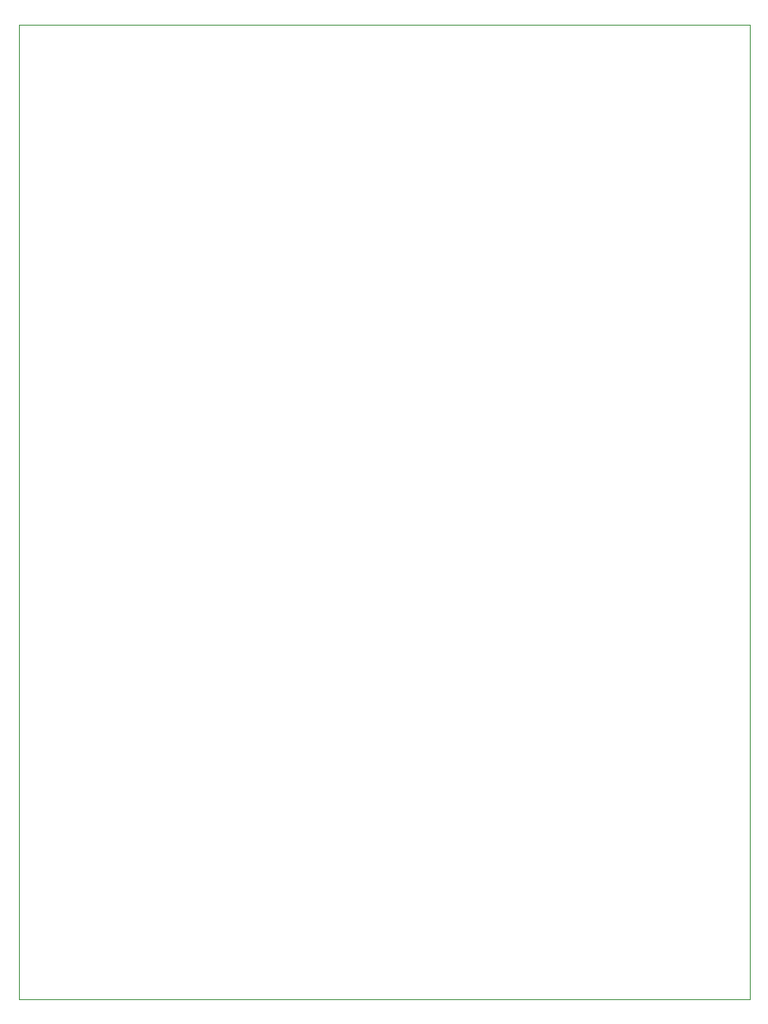
<source format=gbr>
%TF.GenerationSoftware,KiCad,Pcbnew,(7.0.0)*%
%TF.CreationDate,2023-06-01T06:11:32-06:00*%
%TF.ProjectId,Phase_D_STM32_v1,50686173-655f-4445-9f53-544d33325f76,rev?*%
%TF.SameCoordinates,Original*%
%TF.FileFunction,Profile,NP*%
%FSLAX46Y46*%
G04 Gerber Fmt 4.6, Leading zero omitted, Abs format (unit mm)*
G04 Created by KiCad (PCBNEW (7.0.0)) date 2023-06-01 06:11:32*
%MOMM*%
%LPD*%
G01*
G04 APERTURE LIST*
%TA.AperFunction,Profile*%
%ADD10C,0.100000*%
%TD*%
G04 APERTURE END LIST*
D10*
X190050000Y-42190000D02*
X265050000Y-42190000D01*
X265050000Y-42190000D02*
X265050000Y-142190000D01*
X265050000Y-142190000D02*
X190050000Y-142190000D01*
X190050000Y-142190000D02*
X190050000Y-42190000D01*
M02*

</source>
